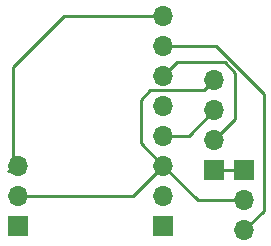
<source format=gbr>
%TF.GenerationSoftware,KiCad,Pcbnew,5.1.9-73d0e3b20d~88~ubuntu20.04.1*%
%TF.CreationDate,2021-04-09T06:43:05+02:00*%
%TF.ProjectId,pcb_port_gobelet,7063625f-706f-4727-945f-676f62656c65,rev?*%
%TF.SameCoordinates,Original*%
%TF.FileFunction,Copper,L2,Bot*%
%TF.FilePolarity,Positive*%
%FSLAX46Y46*%
G04 Gerber Fmt 4.6, Leading zero omitted, Abs format (unit mm)*
G04 Created by KiCad (PCBNEW 5.1.9-73d0e3b20d~88~ubuntu20.04.1) date 2021-04-09 06:43:05*
%MOMM*%
%LPD*%
G01*
G04 APERTURE LIST*
%TA.AperFunction,ComponentPad*%
%ADD10R,1.700000X1.700000*%
%TD*%
%TA.AperFunction,ComponentPad*%
%ADD11O,1.700000X1.700000*%
%TD*%
%TA.AperFunction,Conductor*%
%ADD12C,0.250000*%
%TD*%
G04 APERTURE END LIST*
D10*
%TO.P,MA1,1*%
%TO.N,/GND*%
X139700000Y-130810000D03*
D11*
%TO.P,MA1,2*%
%TO.N,/DATA*%
X139700000Y-128270000D03*
%TO.P,MA1,3*%
%TO.N,/CLK*%
X139700000Y-125730000D03*
%TO.P,MA1,4*%
%TO.N,/VCC5V*%
X139700000Y-123190000D03*
%TD*%
D10*
%TO.P,RJ45,1*%
%TO.N,/GND*%
X135382000Y-135509000D03*
D11*
%TO.P,RJ45,2*%
%TO.N,/3.3V*%
X135382000Y-132969000D03*
%TO.P,RJ45,3*%
%TO.N,/VCC5V*%
X135382000Y-130429000D03*
%TO.P,RJ45,4*%
%TO.N,/CLK*%
X135382000Y-127889000D03*
%TO.P,RJ45,5*%
%TO.N,Net-(RJ45-Pad5)*%
X135382000Y-125349000D03*
%TO.P,RJ45,6*%
%TO.N,/DATA*%
X135382000Y-122809000D03*
%TO.P,RJ45,7*%
%TO.N,/S2*%
X135382000Y-120269000D03*
%TO.P,RJ45,8*%
%TO.N,/S1*%
X135382000Y-117729000D03*
%TD*%
D10*
%TO.P,S1,1*%
%TO.N,/GND*%
X123063000Y-135509000D03*
D11*
%TO.P,S1,2*%
%TO.N,/VCC5V*%
X123063000Y-132969000D03*
%TO.P,S1,3*%
%TO.N,/S1*%
X123063000Y-130429000D03*
%TD*%
D10*
%TO.P,S2,1*%
%TO.N,/GND*%
X142240000Y-130810000D03*
D11*
%TO.P,S2,2*%
%TO.N,/VCC5V*%
X142240000Y-133350000D03*
%TO.P,S2,3*%
%TO.N,/S2*%
X142240000Y-135890000D03*
%TD*%
D12*
%TO.N,/GND*%
X139700000Y-130810000D02*
X142240000Y-130810000D01*
%TO.N,/DATA*%
X139700000Y-128270000D02*
X141478000Y-126492000D01*
X141478000Y-126492000D02*
X141478000Y-123228998D01*
X141478000Y-123228998D02*
X141478000Y-122555000D01*
X141478000Y-122555000D02*
X140589000Y-121666000D01*
X136525000Y-121666000D02*
X135382000Y-122809000D01*
X140589000Y-121666000D02*
X136525000Y-121666000D01*
%TO.N,/CLK*%
X137541000Y-127889000D02*
X139700000Y-125730000D01*
X135382000Y-127889000D02*
X137541000Y-127889000D01*
%TO.N,/S2*%
X142240000Y-135890000D02*
X143891000Y-134239000D01*
X139828410Y-120269000D02*
X135382000Y-120269000D01*
X143891000Y-124331590D02*
X139828410Y-120269000D01*
X143891000Y-134239000D02*
X143891000Y-124331590D01*
%TO.N,/VCC5V*%
X138850001Y-124039999D02*
X134278001Y-124039999D01*
X139700000Y-123190000D02*
X138850001Y-124039999D01*
X134278001Y-124039999D02*
X133477000Y-124841000D01*
X133477000Y-128524000D02*
X135382000Y-130429000D01*
X133477000Y-124841000D02*
X133477000Y-128524000D01*
X138303000Y-133350000D02*
X142240000Y-133350000D01*
X135382000Y-130429000D02*
X138303000Y-133350000D01*
X132842000Y-132969000D02*
X135382000Y-130429000D01*
X132842000Y-132969000D02*
X123063000Y-132969000D01*
%TO.N,/S1*%
X122241600Y-130879010D02*
X122682000Y-130879010D01*
X122682000Y-130048000D02*
X123063000Y-130429000D01*
X122682000Y-122047000D02*
X122682000Y-130048000D01*
X127000000Y-117729000D02*
X122682000Y-122047000D01*
X135382000Y-117729000D02*
X127000000Y-117729000D01*
%TD*%
M02*

</source>
